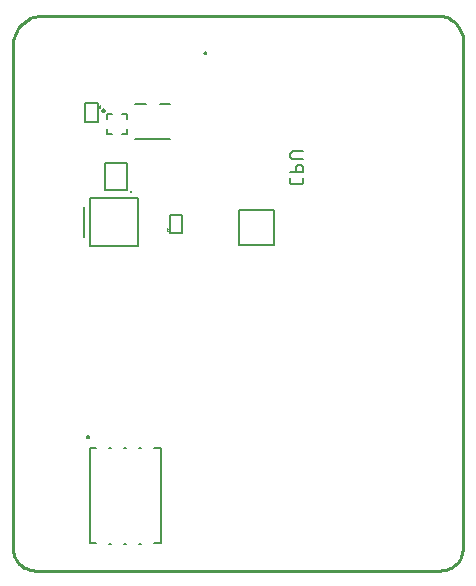
<source format=gbr>
G04 EAGLE Gerber RS-274X export*
G75*
%MOMM*%
%FSLAX34Y34*%
%LPD*%
%INSilkscreen Bottom*%
%IPPOS*%
%AMOC8*
5,1,8,0,0,1.08239X$1,22.5*%
G01*
%ADD10C,0.140000*%
%ADD11C,0.127000*%
%ADD12C,0.152400*%
%ADD13C,0.254000*%
%ADD14C,0.200000*%
%ADD15C,0.101600*%


D10*
X162200Y438100D02*
X162202Y438152D01*
X162208Y438204D01*
X162218Y438256D01*
X162231Y438306D01*
X162248Y438356D01*
X162269Y438404D01*
X162294Y438450D01*
X162322Y438494D01*
X162353Y438536D01*
X162387Y438576D01*
X162424Y438613D01*
X162464Y438647D01*
X162506Y438678D01*
X162550Y438706D01*
X162596Y438731D01*
X162644Y438752D01*
X162694Y438769D01*
X162744Y438782D01*
X162796Y438792D01*
X162848Y438798D01*
X162900Y438800D01*
X162952Y438798D01*
X163004Y438792D01*
X163056Y438782D01*
X163106Y438769D01*
X163156Y438752D01*
X163204Y438731D01*
X163250Y438706D01*
X163294Y438678D01*
X163336Y438647D01*
X163376Y438613D01*
X163413Y438576D01*
X163447Y438536D01*
X163478Y438494D01*
X163506Y438450D01*
X163531Y438404D01*
X163552Y438356D01*
X163569Y438306D01*
X163582Y438256D01*
X163592Y438204D01*
X163598Y438152D01*
X163600Y438100D01*
X163598Y438048D01*
X163592Y437996D01*
X163582Y437944D01*
X163569Y437894D01*
X163552Y437844D01*
X163531Y437796D01*
X163506Y437750D01*
X163478Y437706D01*
X163447Y437664D01*
X163413Y437624D01*
X163376Y437587D01*
X163336Y437553D01*
X163294Y437522D01*
X163250Y437494D01*
X163204Y437469D01*
X163156Y437448D01*
X163106Y437431D01*
X163056Y437418D01*
X163004Y437408D01*
X162952Y437402D01*
X162900Y437400D01*
X162848Y437402D01*
X162796Y437408D01*
X162744Y437418D01*
X162694Y437431D01*
X162644Y437448D01*
X162596Y437469D01*
X162550Y437494D01*
X162506Y437522D01*
X162464Y437553D01*
X162424Y437587D01*
X162387Y437624D01*
X162353Y437664D01*
X162322Y437706D01*
X162294Y437750D01*
X162269Y437796D01*
X162248Y437844D01*
X162231Y437894D01*
X162218Y437944D01*
X162208Y437996D01*
X162202Y438048D01*
X162200Y438100D01*
D11*
X105918Y274828D02*
X65278Y274828D01*
X105918Y274828D02*
X105918Y315468D01*
X65278Y315468D02*
X65278Y274828D01*
X65278Y315468D02*
X105918Y315468D01*
X60198Y307848D02*
X60198Y282448D01*
D12*
X77724Y321818D02*
X77724Y344678D01*
X96520Y344678D01*
X96520Y321818D01*
X77724Y321818D01*
D13*
X99822Y320548D03*
D14*
X75772Y389401D02*
X75774Y389464D01*
X75780Y389526D01*
X75790Y389588D01*
X75803Y389650D01*
X75821Y389710D01*
X75842Y389769D01*
X75867Y389827D01*
X75896Y389883D01*
X75928Y389937D01*
X75963Y389989D01*
X76001Y390038D01*
X76043Y390086D01*
X76087Y390130D01*
X76135Y390172D01*
X76184Y390210D01*
X76236Y390245D01*
X76290Y390277D01*
X76346Y390306D01*
X76404Y390331D01*
X76463Y390352D01*
X76523Y390370D01*
X76585Y390383D01*
X76647Y390393D01*
X76709Y390399D01*
X76772Y390401D01*
X76835Y390399D01*
X76897Y390393D01*
X76959Y390383D01*
X77021Y390370D01*
X77081Y390352D01*
X77140Y390331D01*
X77198Y390306D01*
X77254Y390277D01*
X77308Y390245D01*
X77360Y390210D01*
X77409Y390172D01*
X77457Y390130D01*
X77501Y390086D01*
X77543Y390038D01*
X77581Y389989D01*
X77616Y389937D01*
X77648Y389883D01*
X77677Y389827D01*
X77702Y389769D01*
X77723Y389710D01*
X77741Y389650D01*
X77754Y389588D01*
X77764Y389526D01*
X77770Y389464D01*
X77772Y389401D01*
X77770Y389338D01*
X77764Y389276D01*
X77754Y389214D01*
X77741Y389152D01*
X77723Y389092D01*
X77702Y389033D01*
X77677Y388975D01*
X77648Y388919D01*
X77616Y388865D01*
X77581Y388813D01*
X77543Y388764D01*
X77501Y388716D01*
X77457Y388672D01*
X77409Y388630D01*
X77360Y388592D01*
X77308Y388557D01*
X77254Y388525D01*
X77198Y388496D01*
X77140Y388471D01*
X77081Y388450D01*
X77021Y388432D01*
X76959Y388419D01*
X76897Y388409D01*
X76835Y388403D01*
X76772Y388401D01*
X76709Y388403D01*
X76647Y388409D01*
X76585Y388419D01*
X76523Y388432D01*
X76463Y388450D01*
X76404Y388471D01*
X76346Y388496D01*
X76290Y388525D01*
X76236Y388557D01*
X76184Y388592D01*
X76135Y388630D01*
X76087Y388672D01*
X76043Y388716D01*
X76001Y388764D01*
X75963Y388813D01*
X75928Y388865D01*
X75896Y388919D01*
X75867Y388975D01*
X75842Y389033D01*
X75821Y389092D01*
X75803Y389152D01*
X75790Y389214D01*
X75780Y389276D01*
X75774Y389338D01*
X75772Y389401D01*
D11*
X96842Y373981D02*
X96842Y369756D01*
X92617Y369756D01*
X96842Y382431D02*
X96842Y386656D01*
X92617Y386656D01*
X79942Y386656D02*
X79942Y382431D01*
X79942Y386656D02*
X84167Y386656D01*
X79942Y373981D02*
X79942Y369756D01*
X84167Y369756D01*
D15*
X130676Y289624D02*
X132676Y288624D01*
X130676Y289624D02*
X130676Y287624D01*
X132676Y288624D01*
D11*
X132926Y285924D02*
X132926Y301324D01*
X143426Y301324D01*
X143426Y285924D01*
X132926Y285924D01*
X234378Y329734D02*
X234378Y332274D01*
X234378Y329734D02*
X234380Y329634D01*
X234386Y329535D01*
X234396Y329435D01*
X234409Y329337D01*
X234427Y329238D01*
X234448Y329141D01*
X234473Y329045D01*
X234502Y328949D01*
X234535Y328855D01*
X234571Y328762D01*
X234611Y328671D01*
X234655Y328581D01*
X234702Y328493D01*
X234752Y328407D01*
X234806Y328323D01*
X234863Y328241D01*
X234923Y328162D01*
X234987Y328084D01*
X235053Y328010D01*
X235122Y327938D01*
X235194Y327869D01*
X235268Y327803D01*
X235346Y327739D01*
X235425Y327679D01*
X235507Y327622D01*
X235591Y327568D01*
X235677Y327518D01*
X235765Y327471D01*
X235855Y327427D01*
X235946Y327387D01*
X236039Y327351D01*
X236133Y327318D01*
X236229Y327289D01*
X236325Y327264D01*
X236422Y327243D01*
X236521Y327225D01*
X236619Y327212D01*
X236719Y327202D01*
X236818Y327196D01*
X236918Y327194D01*
X243268Y327194D01*
X243368Y327196D01*
X243467Y327202D01*
X243567Y327212D01*
X243665Y327225D01*
X243764Y327243D01*
X243861Y327264D01*
X243957Y327289D01*
X244053Y327318D01*
X244147Y327351D01*
X244240Y327387D01*
X244331Y327427D01*
X244421Y327471D01*
X244509Y327518D01*
X244595Y327568D01*
X244679Y327622D01*
X244761Y327679D01*
X244840Y327739D01*
X244918Y327803D01*
X244992Y327869D01*
X245064Y327938D01*
X245133Y328010D01*
X245199Y328084D01*
X245263Y328162D01*
X245323Y328241D01*
X245380Y328323D01*
X245434Y328407D01*
X245484Y328493D01*
X245531Y328581D01*
X245575Y328671D01*
X245615Y328762D01*
X245651Y328855D01*
X245684Y328949D01*
X245713Y329045D01*
X245738Y329141D01*
X245759Y329238D01*
X245777Y329337D01*
X245790Y329435D01*
X245800Y329535D01*
X245806Y329634D01*
X245808Y329734D01*
X245808Y332274D01*
X245808Y337328D02*
X234378Y337328D01*
X245808Y337328D02*
X245808Y340503D01*
X245806Y340614D01*
X245800Y340724D01*
X245791Y340835D01*
X245777Y340945D01*
X245760Y341054D01*
X245739Y341163D01*
X245714Y341271D01*
X245685Y341378D01*
X245653Y341484D01*
X245617Y341589D01*
X245577Y341692D01*
X245534Y341794D01*
X245487Y341895D01*
X245436Y341994D01*
X245383Y342091D01*
X245326Y342185D01*
X245265Y342278D01*
X245202Y342369D01*
X245135Y342458D01*
X245065Y342544D01*
X244992Y342627D01*
X244917Y342709D01*
X244839Y342787D01*
X244757Y342862D01*
X244674Y342935D01*
X244588Y343005D01*
X244499Y343072D01*
X244408Y343135D01*
X244315Y343196D01*
X244221Y343253D01*
X244124Y343306D01*
X244025Y343357D01*
X243924Y343404D01*
X243822Y343447D01*
X243719Y343487D01*
X243614Y343523D01*
X243508Y343555D01*
X243401Y343584D01*
X243293Y343609D01*
X243184Y343630D01*
X243075Y343647D01*
X242965Y343661D01*
X242854Y343670D01*
X242744Y343676D01*
X242633Y343678D01*
X242522Y343676D01*
X242412Y343670D01*
X242301Y343661D01*
X242191Y343647D01*
X242082Y343630D01*
X241973Y343609D01*
X241865Y343584D01*
X241758Y343555D01*
X241652Y343523D01*
X241547Y343487D01*
X241444Y343447D01*
X241342Y343404D01*
X241241Y343357D01*
X241142Y343306D01*
X241046Y343253D01*
X240951Y343196D01*
X240858Y343135D01*
X240767Y343072D01*
X240678Y343005D01*
X240592Y342935D01*
X240509Y342862D01*
X240427Y342787D01*
X240349Y342709D01*
X240274Y342627D01*
X240201Y342544D01*
X240131Y342458D01*
X240064Y342369D01*
X240001Y342278D01*
X239940Y342185D01*
X239883Y342091D01*
X239830Y341994D01*
X239779Y341895D01*
X239732Y341794D01*
X239689Y341692D01*
X239649Y341589D01*
X239613Y341484D01*
X239581Y341378D01*
X239552Y341271D01*
X239527Y341163D01*
X239506Y341054D01*
X239489Y340945D01*
X239475Y340835D01*
X239466Y340724D01*
X239460Y340614D01*
X239458Y340503D01*
X239458Y337328D01*
X237553Y348567D02*
X245808Y348567D01*
X237553Y348567D02*
X237442Y348569D01*
X237332Y348575D01*
X237221Y348584D01*
X237111Y348598D01*
X237002Y348615D01*
X236893Y348636D01*
X236785Y348661D01*
X236678Y348690D01*
X236572Y348722D01*
X236467Y348758D01*
X236364Y348798D01*
X236262Y348841D01*
X236161Y348888D01*
X236062Y348939D01*
X235966Y348992D01*
X235871Y349049D01*
X235778Y349110D01*
X235687Y349173D01*
X235598Y349240D01*
X235512Y349310D01*
X235429Y349383D01*
X235347Y349458D01*
X235269Y349536D01*
X235194Y349618D01*
X235121Y349701D01*
X235051Y349787D01*
X234984Y349876D01*
X234921Y349967D01*
X234860Y350060D01*
X234803Y350155D01*
X234750Y350251D01*
X234699Y350350D01*
X234652Y350451D01*
X234609Y350553D01*
X234569Y350656D01*
X234533Y350761D01*
X234501Y350867D01*
X234472Y350974D01*
X234447Y351082D01*
X234426Y351191D01*
X234409Y351300D01*
X234395Y351410D01*
X234386Y351521D01*
X234380Y351631D01*
X234378Y351742D01*
X234380Y351853D01*
X234386Y351963D01*
X234395Y352074D01*
X234409Y352184D01*
X234426Y352293D01*
X234447Y352402D01*
X234472Y352510D01*
X234501Y352617D01*
X234533Y352723D01*
X234569Y352828D01*
X234609Y352931D01*
X234652Y353033D01*
X234699Y353134D01*
X234750Y353233D01*
X234803Y353330D01*
X234860Y353424D01*
X234921Y353517D01*
X234984Y353608D01*
X235051Y353697D01*
X235121Y353783D01*
X235194Y353866D01*
X235269Y353948D01*
X235347Y354026D01*
X235429Y354101D01*
X235512Y354174D01*
X235598Y354244D01*
X235687Y354311D01*
X235778Y354374D01*
X235871Y354435D01*
X235966Y354492D01*
X236062Y354545D01*
X236161Y354596D01*
X236262Y354643D01*
X236364Y354686D01*
X236467Y354726D01*
X236572Y354762D01*
X236678Y354794D01*
X236785Y354823D01*
X236893Y354848D01*
X237002Y354869D01*
X237111Y354886D01*
X237221Y354900D01*
X237332Y354909D01*
X237442Y354915D01*
X237553Y354917D01*
X245808Y354917D01*
X221502Y305576D02*
X191502Y305576D01*
X191502Y275576D02*
X221502Y275576D01*
X191502Y275576D02*
X191502Y305576D01*
X221502Y305576D02*
X221502Y275576D01*
X133364Y365238D02*
X103364Y365238D01*
X103364Y395238D02*
X112364Y395238D01*
X124364Y395238D02*
X133364Y395238D01*
D12*
X125250Y103500D02*
X125250Y23500D01*
X119888Y23500D01*
X65250Y23500D02*
X65250Y103500D01*
X70612Y103500D01*
X81788Y104140D02*
X83312Y104140D01*
X94488Y104140D02*
X96012Y104140D01*
X107188Y104140D02*
X108712Y104140D01*
X119888Y103500D02*
X125250Y103500D01*
X108712Y22860D02*
X107188Y22860D01*
X96012Y22860D02*
X94488Y22860D01*
X83312Y22860D02*
X81788Y22860D01*
X70612Y23500D02*
X65250Y23500D01*
X63500Y112268D02*
X63554Y112270D01*
X63608Y112276D01*
X63662Y112285D01*
X63715Y112299D01*
X63766Y112316D01*
X63817Y112337D01*
X63865Y112361D01*
X63912Y112389D01*
X63957Y112420D01*
X63999Y112454D01*
X64039Y112491D01*
X64076Y112531D01*
X64110Y112573D01*
X64141Y112618D01*
X64169Y112665D01*
X64193Y112713D01*
X64214Y112764D01*
X64231Y112815D01*
X64245Y112868D01*
X64254Y112922D01*
X64260Y112976D01*
X64262Y113030D01*
X64260Y113084D01*
X64254Y113138D01*
X64245Y113192D01*
X64231Y113245D01*
X64214Y113296D01*
X64193Y113347D01*
X64169Y113395D01*
X64141Y113442D01*
X64110Y113487D01*
X64076Y113529D01*
X64039Y113569D01*
X63999Y113606D01*
X63957Y113640D01*
X63912Y113671D01*
X63865Y113699D01*
X63817Y113723D01*
X63766Y113744D01*
X63715Y113761D01*
X63662Y113775D01*
X63608Y113784D01*
X63554Y113790D01*
X63500Y113792D01*
X63446Y113790D01*
X63392Y113784D01*
X63338Y113775D01*
X63285Y113761D01*
X63234Y113744D01*
X63183Y113723D01*
X63135Y113699D01*
X63088Y113671D01*
X63043Y113640D01*
X63001Y113606D01*
X62961Y113569D01*
X62924Y113529D01*
X62890Y113487D01*
X62859Y113442D01*
X62831Y113395D01*
X62807Y113347D01*
X62786Y113296D01*
X62769Y113245D01*
X62755Y113192D01*
X62746Y113138D01*
X62740Y113084D01*
X62738Y113030D01*
X62740Y112976D01*
X62746Y112922D01*
X62755Y112868D01*
X62769Y112815D01*
X62786Y112764D01*
X62807Y112713D01*
X62831Y112665D01*
X62859Y112618D01*
X62890Y112573D01*
X62924Y112531D01*
X62961Y112491D01*
X63001Y112454D01*
X63043Y112420D01*
X63088Y112389D01*
X63135Y112361D01*
X63183Y112337D01*
X63234Y112316D01*
X63285Y112299D01*
X63338Y112285D01*
X63392Y112276D01*
X63446Y112270D01*
X63500Y112268D01*
D15*
X74048Y391858D02*
X72048Y392858D01*
X74048Y391858D02*
X74048Y393858D01*
X72048Y392858D01*
D11*
X71798Y395558D02*
X71798Y380158D01*
X61298Y380158D01*
X61298Y395558D01*
X71798Y395558D01*
D13*
X0Y19050D02*
X73Y17390D01*
X289Y15742D01*
X649Y14120D01*
X1149Y12535D01*
X1785Y10999D01*
X2552Y9525D01*
X3445Y8123D01*
X4457Y6805D01*
X5580Y5580D01*
X6805Y4457D01*
X8123Y3445D01*
X9525Y2552D01*
X10999Y1785D01*
X12535Y1149D01*
X14120Y649D01*
X15742Y289D01*
X17390Y73D01*
X19050Y0D01*
X361950Y0D01*
X363610Y73D01*
X365258Y289D01*
X366881Y649D01*
X368465Y1149D01*
X370001Y1785D01*
X371475Y2552D01*
X372877Y3445D01*
X374195Y4457D01*
X375420Y5580D01*
X376543Y6805D01*
X377555Y8123D01*
X378448Y9525D01*
X379215Y10999D01*
X379851Y12535D01*
X380351Y14120D01*
X380711Y15742D01*
X380928Y17390D01*
X381000Y19050D01*
X381000Y444500D01*
X381192Y446449D01*
X381214Y448408D01*
X381064Y450360D01*
X380746Y452293D01*
X380260Y454190D01*
X379610Y456038D01*
X378802Y457822D01*
X377841Y459529D01*
X376736Y461145D01*
X375493Y462660D01*
X374124Y464060D01*
X372637Y465335D01*
X371045Y466476D01*
X369360Y467474D01*
X367594Y468321D01*
X365761Y469011D01*
X363875Y469539D01*
X361950Y469900D01*
X25400Y469900D01*
X23186Y469803D01*
X20989Y469514D01*
X18826Y469035D01*
X16713Y468368D01*
X14666Y467520D01*
X12700Y466497D01*
X10831Y465306D01*
X9073Y463958D01*
X7440Y462461D01*
X5942Y460827D01*
X4594Y459069D01*
X3403Y457200D01*
X2380Y455235D01*
X1532Y453187D01*
X865Y451074D01*
X386Y448911D01*
X97Y446714D01*
X0Y444500D01*
X0Y19050D01*
M02*

</source>
